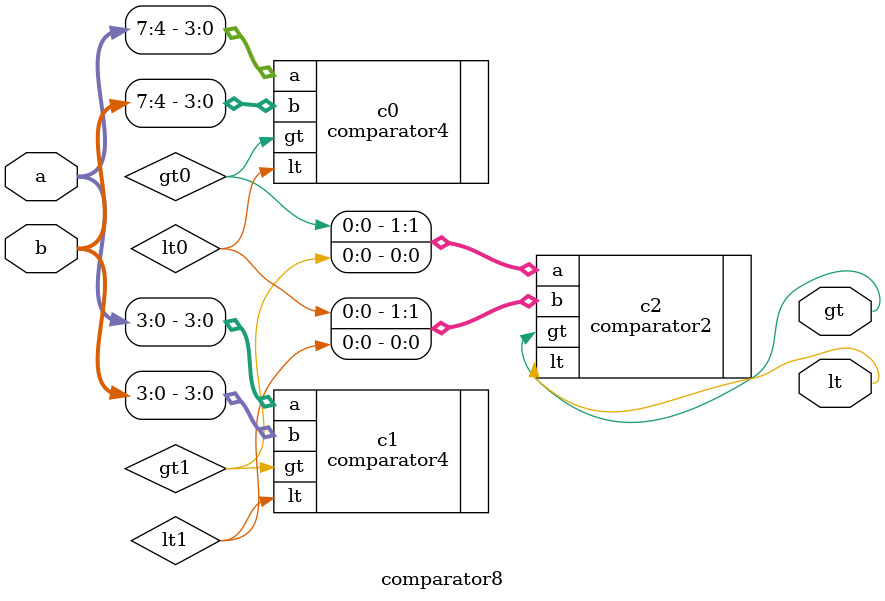
<source format=v>


module comparator8(a, b, gt, lt);
		parameter msb = 7;
		input[msb:0] a, b;
		output gt, lt;
		
		wire gt0, lt0, gt1, lt1;
		
		comparator4 c0(.a(a[msb:msb/2+1]), .b(b[msb:msb/2+1]), .gt(gt0), .lt(lt0));
		comparator4 c1(.a(a[msb/2:0]), .b(b[msb/2:0]), .gt(gt1), .lt(lt1));
		comparator2 c2(.a({gt0, gt1}), .b({lt0, lt1}), .gt(gt), .lt(lt));
		
endmodule


</source>
